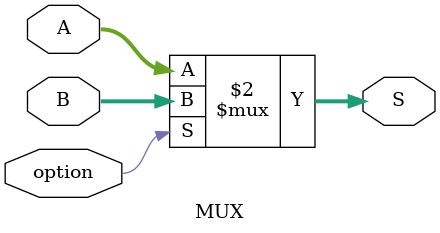
<source format=v>
module MUX (
    input wire option,
    input wire [31:0] A,
    input wire [31:0] B,
    output wire [31:0] S
);

assign S = (option == 1'b1) ? B : A;
    
endmodule
</source>
